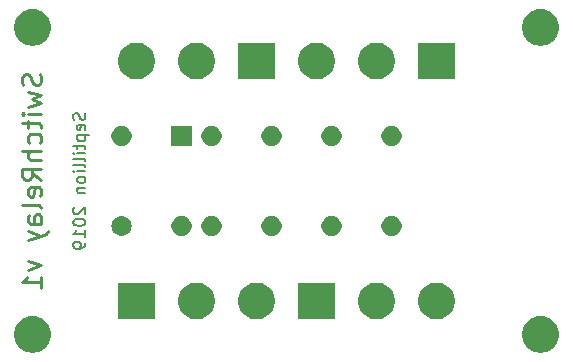
<source format=gbs>
G04 #@! TF.GenerationSoftware,KiCad,Pcbnew,(5.1.4)-1*
G04 #@! TF.CreationDate,2019-08-31T15:58:00+02:00*
G04 #@! TF.ProjectId,SwitchRelay,53776974-6368-4526-956c-61792e6b6963,1.0*
G04 #@! TF.SameCoordinates,Original*
G04 #@! TF.FileFunction,Soldermask,Bot*
G04 #@! TF.FilePolarity,Negative*
%FSLAX46Y46*%
G04 Gerber Fmt 4.6, Leading zero omitted, Abs format (unit mm)*
G04 Created by KiCad (PCBNEW (5.1.4)-1) date 2019-08-31 15:58:00*
%MOMM*%
%LPD*%
G04 APERTURE LIST*
%ADD10C,0.203200*%
%ADD11C,0.254000*%
%ADD12C,0.100000*%
G04 APERTURE END LIST*
D10*
X124516238Y-110471857D02*
X124564619Y-110617000D01*
X124564619Y-110858904D01*
X124516238Y-110955666D01*
X124467857Y-111004047D01*
X124371095Y-111052428D01*
X124274333Y-111052428D01*
X124177571Y-111004047D01*
X124129190Y-110955666D01*
X124080809Y-110858904D01*
X124032428Y-110665380D01*
X123984047Y-110568619D01*
X123935666Y-110520238D01*
X123838904Y-110471857D01*
X123742142Y-110471857D01*
X123645380Y-110520238D01*
X123597000Y-110568619D01*
X123548619Y-110665380D01*
X123548619Y-110907285D01*
X123597000Y-111052428D01*
X124516238Y-111874904D02*
X124564619Y-111778142D01*
X124564619Y-111584619D01*
X124516238Y-111487857D01*
X124419476Y-111439476D01*
X124032428Y-111439476D01*
X123935666Y-111487857D01*
X123887285Y-111584619D01*
X123887285Y-111778142D01*
X123935666Y-111874904D01*
X124032428Y-111923285D01*
X124129190Y-111923285D01*
X124225952Y-111439476D01*
X123887285Y-112358714D02*
X124903285Y-112358714D01*
X123935666Y-112358714D02*
X123887285Y-112455476D01*
X123887285Y-112649000D01*
X123935666Y-112745761D01*
X123984047Y-112794142D01*
X124080809Y-112842523D01*
X124371095Y-112842523D01*
X124467857Y-112794142D01*
X124516238Y-112745761D01*
X124564619Y-112649000D01*
X124564619Y-112455476D01*
X124516238Y-112358714D01*
X123887285Y-113132809D02*
X123887285Y-113519857D01*
X123548619Y-113277952D02*
X124419476Y-113277952D01*
X124516238Y-113326333D01*
X124564619Y-113423095D01*
X124564619Y-113519857D01*
X124564619Y-113858523D02*
X123887285Y-113858523D01*
X123548619Y-113858523D02*
X123597000Y-113810142D01*
X123645380Y-113858523D01*
X123597000Y-113906904D01*
X123548619Y-113858523D01*
X123645380Y-113858523D01*
X124564619Y-114487476D02*
X124516238Y-114390714D01*
X124419476Y-114342333D01*
X123548619Y-114342333D01*
X124564619Y-115019666D02*
X124516238Y-114922904D01*
X124419476Y-114874523D01*
X123548619Y-114874523D01*
X124564619Y-115406714D02*
X123887285Y-115406714D01*
X123548619Y-115406714D02*
X123597000Y-115358333D01*
X123645380Y-115406714D01*
X123597000Y-115455095D01*
X123548619Y-115406714D01*
X123645380Y-115406714D01*
X124564619Y-116035666D02*
X124516238Y-115938904D01*
X124467857Y-115890523D01*
X124371095Y-115842142D01*
X124080809Y-115842142D01*
X123984047Y-115890523D01*
X123935666Y-115938904D01*
X123887285Y-116035666D01*
X123887285Y-116180809D01*
X123935666Y-116277571D01*
X123984047Y-116325952D01*
X124080809Y-116374333D01*
X124371095Y-116374333D01*
X124467857Y-116325952D01*
X124516238Y-116277571D01*
X124564619Y-116180809D01*
X124564619Y-116035666D01*
X123887285Y-116809761D02*
X124564619Y-116809761D01*
X123984047Y-116809761D02*
X123935666Y-116858142D01*
X123887285Y-116954904D01*
X123887285Y-117100047D01*
X123935666Y-117196809D01*
X124032428Y-117245190D01*
X124564619Y-117245190D01*
X123645380Y-118454714D02*
X123597000Y-118503095D01*
X123548619Y-118599857D01*
X123548619Y-118841761D01*
X123597000Y-118938523D01*
X123645380Y-118986904D01*
X123742142Y-119035285D01*
X123838904Y-119035285D01*
X123984047Y-118986904D01*
X124564619Y-118406333D01*
X124564619Y-119035285D01*
X123548619Y-119664238D02*
X123548619Y-119761000D01*
X123597000Y-119857761D01*
X123645380Y-119906142D01*
X123742142Y-119954523D01*
X123935666Y-120002904D01*
X124177571Y-120002904D01*
X124371095Y-119954523D01*
X124467857Y-119906142D01*
X124516238Y-119857761D01*
X124564619Y-119761000D01*
X124564619Y-119664238D01*
X124516238Y-119567476D01*
X124467857Y-119519095D01*
X124371095Y-119470714D01*
X124177571Y-119422333D01*
X123935666Y-119422333D01*
X123742142Y-119470714D01*
X123645380Y-119519095D01*
X123597000Y-119567476D01*
X123548619Y-119664238D01*
X124564619Y-120970523D02*
X124564619Y-120389952D01*
X124564619Y-120680238D02*
X123548619Y-120680238D01*
X123693761Y-120583476D01*
X123790523Y-120486714D01*
X123838904Y-120389952D01*
X124564619Y-121454333D02*
X124564619Y-121647857D01*
X124516238Y-121744619D01*
X124467857Y-121793000D01*
X124322714Y-121889761D01*
X124129190Y-121938142D01*
X123742142Y-121938142D01*
X123645380Y-121889761D01*
X123597000Y-121841380D01*
X123548619Y-121744619D01*
X123548619Y-121551095D01*
X123597000Y-121454333D01*
X123645380Y-121405952D01*
X123742142Y-121357571D01*
X123984047Y-121357571D01*
X124080809Y-121405952D01*
X124129190Y-121454333D01*
X124177571Y-121551095D01*
X124177571Y-121744619D01*
X124129190Y-121841380D01*
X124080809Y-121889761D01*
X123984047Y-121938142D01*
D11*
X120773261Y-107163809D02*
X120851880Y-107399666D01*
X120851880Y-107792761D01*
X120773261Y-107950000D01*
X120694642Y-108028619D01*
X120537404Y-108107238D01*
X120380166Y-108107238D01*
X120222928Y-108028619D01*
X120144309Y-107950000D01*
X120065690Y-107792761D01*
X119987071Y-107478285D01*
X119908452Y-107321047D01*
X119829833Y-107242428D01*
X119672595Y-107163809D01*
X119515357Y-107163809D01*
X119358119Y-107242428D01*
X119279500Y-107321047D01*
X119200880Y-107478285D01*
X119200880Y-107871380D01*
X119279500Y-108107238D01*
X119751214Y-108657571D02*
X120851880Y-108972047D01*
X120065690Y-109286523D01*
X120851880Y-109601000D01*
X119751214Y-109915476D01*
X120851880Y-110544428D02*
X119751214Y-110544428D01*
X119200880Y-110544428D02*
X119279500Y-110465809D01*
X119358119Y-110544428D01*
X119279500Y-110623047D01*
X119200880Y-110544428D01*
X119358119Y-110544428D01*
X119751214Y-111094761D02*
X119751214Y-111723714D01*
X119200880Y-111330619D02*
X120616023Y-111330619D01*
X120773261Y-111409238D01*
X120851880Y-111566476D01*
X120851880Y-111723714D01*
X120773261Y-112981619D02*
X120851880Y-112824380D01*
X120851880Y-112509904D01*
X120773261Y-112352666D01*
X120694642Y-112274047D01*
X120537404Y-112195428D01*
X120065690Y-112195428D01*
X119908452Y-112274047D01*
X119829833Y-112352666D01*
X119751214Y-112509904D01*
X119751214Y-112824380D01*
X119829833Y-112981619D01*
X120851880Y-113689190D02*
X119200880Y-113689190D01*
X120851880Y-114396761D02*
X119987071Y-114396761D01*
X119829833Y-114318142D01*
X119751214Y-114160904D01*
X119751214Y-113925047D01*
X119829833Y-113767809D01*
X119908452Y-113689190D01*
X120851880Y-116126380D02*
X120065690Y-115576047D01*
X120851880Y-115182952D02*
X119200880Y-115182952D01*
X119200880Y-115811904D01*
X119279500Y-115969142D01*
X119358119Y-116047761D01*
X119515357Y-116126380D01*
X119751214Y-116126380D01*
X119908452Y-116047761D01*
X119987071Y-115969142D01*
X120065690Y-115811904D01*
X120065690Y-115182952D01*
X120773261Y-117462904D02*
X120851880Y-117305666D01*
X120851880Y-116991190D01*
X120773261Y-116833952D01*
X120616023Y-116755333D01*
X119987071Y-116755333D01*
X119829833Y-116833952D01*
X119751214Y-116991190D01*
X119751214Y-117305666D01*
X119829833Y-117462904D01*
X119987071Y-117541523D01*
X120144309Y-117541523D01*
X120301547Y-116755333D01*
X120851880Y-118484952D02*
X120773261Y-118327714D01*
X120616023Y-118249095D01*
X119200880Y-118249095D01*
X120851880Y-119821476D02*
X119987071Y-119821476D01*
X119829833Y-119742857D01*
X119751214Y-119585619D01*
X119751214Y-119271142D01*
X119829833Y-119113904D01*
X120773261Y-119821476D02*
X120851880Y-119664238D01*
X120851880Y-119271142D01*
X120773261Y-119113904D01*
X120616023Y-119035285D01*
X120458785Y-119035285D01*
X120301547Y-119113904D01*
X120222928Y-119271142D01*
X120222928Y-119664238D01*
X120144309Y-119821476D01*
X119751214Y-120450428D02*
X120851880Y-120843523D01*
X119751214Y-121236619D02*
X120851880Y-120843523D01*
X121244976Y-120686285D01*
X121323595Y-120607666D01*
X121402214Y-120450428D01*
X119751214Y-122966238D02*
X120851880Y-123359333D01*
X119751214Y-123752428D01*
X120851880Y-125246190D02*
X120851880Y-124302761D01*
X120851880Y-124774476D02*
X119200880Y-124774476D01*
X119436738Y-124617238D01*
X119593976Y-124460000D01*
X119672595Y-124302761D01*
D12*
G36*
X163407585Y-127683802D02*
G01*
X163557410Y-127713604D01*
X163839674Y-127830521D01*
X164093705Y-128000259D01*
X164309741Y-128216295D01*
X164479479Y-128470326D01*
X164596396Y-128752590D01*
X164656000Y-129052240D01*
X164656000Y-129357760D01*
X164596396Y-129657410D01*
X164479479Y-129939674D01*
X164309741Y-130193705D01*
X164093705Y-130409741D01*
X163839674Y-130579479D01*
X163557410Y-130696396D01*
X163407585Y-130726198D01*
X163257761Y-130756000D01*
X162952239Y-130756000D01*
X162802415Y-130726198D01*
X162652590Y-130696396D01*
X162370326Y-130579479D01*
X162116295Y-130409741D01*
X161900259Y-130193705D01*
X161730521Y-129939674D01*
X161613604Y-129657410D01*
X161554000Y-129357760D01*
X161554000Y-129052240D01*
X161613604Y-128752590D01*
X161730521Y-128470326D01*
X161900259Y-128216295D01*
X162116295Y-128000259D01*
X162370326Y-127830521D01*
X162652590Y-127713604D01*
X162802415Y-127683802D01*
X162952239Y-127654000D01*
X163257761Y-127654000D01*
X163407585Y-127683802D01*
X163407585Y-127683802D01*
G37*
G36*
X120407585Y-127683802D02*
G01*
X120557410Y-127713604D01*
X120839674Y-127830521D01*
X121093705Y-128000259D01*
X121309741Y-128216295D01*
X121479479Y-128470326D01*
X121596396Y-128752590D01*
X121656000Y-129052240D01*
X121656000Y-129357760D01*
X121596396Y-129657410D01*
X121479479Y-129939674D01*
X121309741Y-130193705D01*
X121093705Y-130409741D01*
X120839674Y-130579479D01*
X120557410Y-130696396D01*
X120407585Y-130726198D01*
X120257761Y-130756000D01*
X119952239Y-130756000D01*
X119802415Y-130726198D01*
X119652590Y-130696396D01*
X119370326Y-130579479D01*
X119116295Y-130409741D01*
X118900259Y-130193705D01*
X118730521Y-129939674D01*
X118613604Y-129657410D01*
X118554000Y-129357760D01*
X118554000Y-129052240D01*
X118613604Y-128752590D01*
X118730521Y-128470326D01*
X118900259Y-128216295D01*
X119116295Y-128000259D01*
X119370326Y-127830521D01*
X119652590Y-127713604D01*
X119802415Y-127683802D01*
X119952239Y-127654000D01*
X120257761Y-127654000D01*
X120407585Y-127683802D01*
X120407585Y-127683802D01*
G37*
G36*
X134287585Y-124843802D02*
G01*
X134437410Y-124873604D01*
X134719674Y-124990521D01*
X134973705Y-125160259D01*
X135189741Y-125376295D01*
X135359479Y-125630326D01*
X135476396Y-125912590D01*
X135536000Y-126212240D01*
X135536000Y-126517760D01*
X135476396Y-126817410D01*
X135359479Y-127099674D01*
X135189741Y-127353705D01*
X134973705Y-127569741D01*
X134719674Y-127739479D01*
X134437410Y-127856396D01*
X134287585Y-127886198D01*
X134137761Y-127916000D01*
X133832239Y-127916000D01*
X133682415Y-127886198D01*
X133532590Y-127856396D01*
X133250326Y-127739479D01*
X132996295Y-127569741D01*
X132780259Y-127353705D01*
X132610521Y-127099674D01*
X132493604Y-126817410D01*
X132434000Y-126517760D01*
X132434000Y-126212240D01*
X132493604Y-125912590D01*
X132610521Y-125630326D01*
X132780259Y-125376295D01*
X132996295Y-125160259D01*
X133250326Y-124990521D01*
X133532590Y-124873604D01*
X133682415Y-124843802D01*
X133832239Y-124814000D01*
X134137761Y-124814000D01*
X134287585Y-124843802D01*
X134287585Y-124843802D01*
G37*
G36*
X154607585Y-124843802D02*
G01*
X154757410Y-124873604D01*
X155039674Y-124990521D01*
X155293705Y-125160259D01*
X155509741Y-125376295D01*
X155679479Y-125630326D01*
X155796396Y-125912590D01*
X155856000Y-126212240D01*
X155856000Y-126517760D01*
X155796396Y-126817410D01*
X155679479Y-127099674D01*
X155509741Y-127353705D01*
X155293705Y-127569741D01*
X155039674Y-127739479D01*
X154757410Y-127856396D01*
X154607585Y-127886198D01*
X154457761Y-127916000D01*
X154152239Y-127916000D01*
X154002415Y-127886198D01*
X153852590Y-127856396D01*
X153570326Y-127739479D01*
X153316295Y-127569741D01*
X153100259Y-127353705D01*
X152930521Y-127099674D01*
X152813604Y-126817410D01*
X152754000Y-126517760D01*
X152754000Y-126212240D01*
X152813604Y-125912590D01*
X152930521Y-125630326D01*
X153100259Y-125376295D01*
X153316295Y-125160259D01*
X153570326Y-124990521D01*
X153852590Y-124873604D01*
X154002415Y-124843802D01*
X154152239Y-124814000D01*
X154457761Y-124814000D01*
X154607585Y-124843802D01*
X154607585Y-124843802D01*
G37*
G36*
X145696000Y-127916000D02*
G01*
X142594000Y-127916000D01*
X142594000Y-124814000D01*
X145696000Y-124814000D01*
X145696000Y-127916000D01*
X145696000Y-127916000D01*
G37*
G36*
X149527585Y-124843802D02*
G01*
X149677410Y-124873604D01*
X149959674Y-124990521D01*
X150213705Y-125160259D01*
X150429741Y-125376295D01*
X150599479Y-125630326D01*
X150716396Y-125912590D01*
X150776000Y-126212240D01*
X150776000Y-126517760D01*
X150716396Y-126817410D01*
X150599479Y-127099674D01*
X150429741Y-127353705D01*
X150213705Y-127569741D01*
X149959674Y-127739479D01*
X149677410Y-127856396D01*
X149527585Y-127886198D01*
X149377761Y-127916000D01*
X149072239Y-127916000D01*
X148922415Y-127886198D01*
X148772590Y-127856396D01*
X148490326Y-127739479D01*
X148236295Y-127569741D01*
X148020259Y-127353705D01*
X147850521Y-127099674D01*
X147733604Y-126817410D01*
X147674000Y-126517760D01*
X147674000Y-126212240D01*
X147733604Y-125912590D01*
X147850521Y-125630326D01*
X148020259Y-125376295D01*
X148236295Y-125160259D01*
X148490326Y-124990521D01*
X148772590Y-124873604D01*
X148922415Y-124843802D01*
X149072239Y-124814000D01*
X149377761Y-124814000D01*
X149527585Y-124843802D01*
X149527585Y-124843802D01*
G37*
G36*
X130456000Y-127916000D02*
G01*
X127354000Y-127916000D01*
X127354000Y-124814000D01*
X130456000Y-124814000D01*
X130456000Y-127916000D01*
X130456000Y-127916000D01*
G37*
G36*
X139367585Y-124843802D02*
G01*
X139517410Y-124873604D01*
X139799674Y-124990521D01*
X140053705Y-125160259D01*
X140269741Y-125376295D01*
X140439479Y-125630326D01*
X140556396Y-125912590D01*
X140616000Y-126212240D01*
X140616000Y-126517760D01*
X140556396Y-126817410D01*
X140439479Y-127099674D01*
X140269741Y-127353705D01*
X140053705Y-127569741D01*
X139799674Y-127739479D01*
X139517410Y-127856396D01*
X139367585Y-127886198D01*
X139217761Y-127916000D01*
X138912239Y-127916000D01*
X138762415Y-127886198D01*
X138612590Y-127856396D01*
X138330326Y-127739479D01*
X138076295Y-127569741D01*
X137860259Y-127353705D01*
X137690521Y-127099674D01*
X137573604Y-126817410D01*
X137514000Y-126517760D01*
X137514000Y-126212240D01*
X137573604Y-125912590D01*
X137690521Y-125630326D01*
X137860259Y-125376295D01*
X138076295Y-125160259D01*
X138330326Y-124990521D01*
X138612590Y-124873604D01*
X138762415Y-124843802D01*
X138912239Y-124814000D01*
X139217761Y-124814000D01*
X139367585Y-124843802D01*
X139367585Y-124843802D01*
G37*
G36*
X127801823Y-119176313D02*
G01*
X127962242Y-119224976D01*
X128029361Y-119260852D01*
X128110078Y-119303996D01*
X128239659Y-119410341D01*
X128346004Y-119539922D01*
X128346005Y-119539924D01*
X128425024Y-119687758D01*
X128473687Y-119848177D01*
X128490117Y-120015000D01*
X128473687Y-120181823D01*
X128425024Y-120342242D01*
X128384477Y-120418100D01*
X128346004Y-120490078D01*
X128239659Y-120619659D01*
X128110078Y-120726004D01*
X128110076Y-120726005D01*
X127962242Y-120805024D01*
X127801823Y-120853687D01*
X127676804Y-120866000D01*
X127593196Y-120866000D01*
X127468177Y-120853687D01*
X127307758Y-120805024D01*
X127159924Y-120726005D01*
X127159922Y-120726004D01*
X127030341Y-120619659D01*
X126923996Y-120490078D01*
X126885523Y-120418100D01*
X126844976Y-120342242D01*
X126796313Y-120181823D01*
X126779883Y-120015000D01*
X126796313Y-119848177D01*
X126844976Y-119687758D01*
X126923995Y-119539924D01*
X126923996Y-119539922D01*
X127030341Y-119410341D01*
X127159922Y-119303996D01*
X127240639Y-119260852D01*
X127307758Y-119224976D01*
X127468177Y-119176313D01*
X127593196Y-119164000D01*
X127676804Y-119164000D01*
X127801823Y-119176313D01*
X127801823Y-119176313D01*
G37*
G36*
X135503228Y-119196703D02*
G01*
X135658100Y-119260853D01*
X135797481Y-119353985D01*
X135916015Y-119472519D01*
X136009147Y-119611900D01*
X136073297Y-119766772D01*
X136106000Y-119931184D01*
X136106000Y-120098816D01*
X136073297Y-120263228D01*
X136009147Y-120418100D01*
X135916015Y-120557481D01*
X135797481Y-120676015D01*
X135658100Y-120769147D01*
X135503228Y-120833297D01*
X135338816Y-120866000D01*
X135171184Y-120866000D01*
X135006772Y-120833297D01*
X134851900Y-120769147D01*
X134712519Y-120676015D01*
X134593985Y-120557481D01*
X134500853Y-120418100D01*
X134436703Y-120263228D01*
X134404000Y-120098816D01*
X134404000Y-119931184D01*
X134436703Y-119766772D01*
X134500853Y-119611900D01*
X134593985Y-119472519D01*
X134712519Y-119353985D01*
X134851900Y-119260853D01*
X135006772Y-119196703D01*
X135171184Y-119164000D01*
X135338816Y-119164000D01*
X135503228Y-119196703D01*
X135503228Y-119196703D01*
G37*
G36*
X132963228Y-119196703D02*
G01*
X133118100Y-119260853D01*
X133257481Y-119353985D01*
X133376015Y-119472519D01*
X133469147Y-119611900D01*
X133533297Y-119766772D01*
X133566000Y-119931184D01*
X133566000Y-120098816D01*
X133533297Y-120263228D01*
X133469147Y-120418100D01*
X133376015Y-120557481D01*
X133257481Y-120676015D01*
X133118100Y-120769147D01*
X132963228Y-120833297D01*
X132798816Y-120866000D01*
X132631184Y-120866000D01*
X132466772Y-120833297D01*
X132311900Y-120769147D01*
X132172519Y-120676015D01*
X132053985Y-120557481D01*
X131960853Y-120418100D01*
X131896703Y-120263228D01*
X131864000Y-120098816D01*
X131864000Y-119931184D01*
X131896703Y-119766772D01*
X131960853Y-119611900D01*
X132053985Y-119472519D01*
X132172519Y-119353985D01*
X132311900Y-119260853D01*
X132466772Y-119196703D01*
X132631184Y-119164000D01*
X132798816Y-119164000D01*
X132963228Y-119196703D01*
X132963228Y-119196703D01*
G37*
G36*
X140583228Y-119196703D02*
G01*
X140738100Y-119260853D01*
X140877481Y-119353985D01*
X140996015Y-119472519D01*
X141089147Y-119611900D01*
X141153297Y-119766772D01*
X141186000Y-119931184D01*
X141186000Y-120098816D01*
X141153297Y-120263228D01*
X141089147Y-120418100D01*
X140996015Y-120557481D01*
X140877481Y-120676015D01*
X140738100Y-120769147D01*
X140583228Y-120833297D01*
X140418816Y-120866000D01*
X140251184Y-120866000D01*
X140086772Y-120833297D01*
X139931900Y-120769147D01*
X139792519Y-120676015D01*
X139673985Y-120557481D01*
X139580853Y-120418100D01*
X139516703Y-120263228D01*
X139484000Y-120098816D01*
X139484000Y-119931184D01*
X139516703Y-119766772D01*
X139580853Y-119611900D01*
X139673985Y-119472519D01*
X139792519Y-119353985D01*
X139931900Y-119260853D01*
X140086772Y-119196703D01*
X140251184Y-119164000D01*
X140418816Y-119164000D01*
X140583228Y-119196703D01*
X140583228Y-119196703D01*
G37*
G36*
X145663228Y-119196703D02*
G01*
X145818100Y-119260853D01*
X145957481Y-119353985D01*
X146076015Y-119472519D01*
X146169147Y-119611900D01*
X146233297Y-119766772D01*
X146266000Y-119931184D01*
X146266000Y-120098816D01*
X146233297Y-120263228D01*
X146169147Y-120418100D01*
X146076015Y-120557481D01*
X145957481Y-120676015D01*
X145818100Y-120769147D01*
X145663228Y-120833297D01*
X145498816Y-120866000D01*
X145331184Y-120866000D01*
X145166772Y-120833297D01*
X145011900Y-120769147D01*
X144872519Y-120676015D01*
X144753985Y-120557481D01*
X144660853Y-120418100D01*
X144596703Y-120263228D01*
X144564000Y-120098816D01*
X144564000Y-119931184D01*
X144596703Y-119766772D01*
X144660853Y-119611900D01*
X144753985Y-119472519D01*
X144872519Y-119353985D01*
X145011900Y-119260853D01*
X145166772Y-119196703D01*
X145331184Y-119164000D01*
X145498816Y-119164000D01*
X145663228Y-119196703D01*
X145663228Y-119196703D01*
G37*
G36*
X150743228Y-119196703D02*
G01*
X150898100Y-119260853D01*
X151037481Y-119353985D01*
X151156015Y-119472519D01*
X151249147Y-119611900D01*
X151313297Y-119766772D01*
X151346000Y-119931184D01*
X151346000Y-120098816D01*
X151313297Y-120263228D01*
X151249147Y-120418100D01*
X151156015Y-120557481D01*
X151037481Y-120676015D01*
X150898100Y-120769147D01*
X150743228Y-120833297D01*
X150578816Y-120866000D01*
X150411184Y-120866000D01*
X150246772Y-120833297D01*
X150091900Y-120769147D01*
X149952519Y-120676015D01*
X149833985Y-120557481D01*
X149740853Y-120418100D01*
X149676703Y-120263228D01*
X149644000Y-120098816D01*
X149644000Y-119931184D01*
X149676703Y-119766772D01*
X149740853Y-119611900D01*
X149833985Y-119472519D01*
X149952519Y-119353985D01*
X150091900Y-119260853D01*
X150246772Y-119196703D01*
X150411184Y-119164000D01*
X150578816Y-119164000D01*
X150743228Y-119196703D01*
X150743228Y-119196703D01*
G37*
G36*
X133566000Y-113246000D02*
G01*
X131864000Y-113246000D01*
X131864000Y-111544000D01*
X133566000Y-111544000D01*
X133566000Y-113246000D01*
X133566000Y-113246000D01*
G37*
G36*
X127883228Y-111576703D02*
G01*
X128038100Y-111640853D01*
X128177481Y-111733985D01*
X128296015Y-111852519D01*
X128389147Y-111991900D01*
X128453297Y-112146772D01*
X128486000Y-112311184D01*
X128486000Y-112478816D01*
X128453297Y-112643228D01*
X128389147Y-112798100D01*
X128296015Y-112937481D01*
X128177481Y-113056015D01*
X128038100Y-113149147D01*
X127883228Y-113213297D01*
X127718816Y-113246000D01*
X127551184Y-113246000D01*
X127386772Y-113213297D01*
X127231900Y-113149147D01*
X127092519Y-113056015D01*
X126973985Y-112937481D01*
X126880853Y-112798100D01*
X126816703Y-112643228D01*
X126784000Y-112478816D01*
X126784000Y-112311184D01*
X126816703Y-112146772D01*
X126880853Y-111991900D01*
X126973985Y-111852519D01*
X127092519Y-111733985D01*
X127231900Y-111640853D01*
X127386772Y-111576703D01*
X127551184Y-111544000D01*
X127718816Y-111544000D01*
X127883228Y-111576703D01*
X127883228Y-111576703D01*
G37*
G36*
X135503228Y-111576703D02*
G01*
X135658100Y-111640853D01*
X135797481Y-111733985D01*
X135916015Y-111852519D01*
X136009147Y-111991900D01*
X136073297Y-112146772D01*
X136106000Y-112311184D01*
X136106000Y-112478816D01*
X136073297Y-112643228D01*
X136009147Y-112798100D01*
X135916015Y-112937481D01*
X135797481Y-113056015D01*
X135658100Y-113149147D01*
X135503228Y-113213297D01*
X135338816Y-113246000D01*
X135171184Y-113246000D01*
X135006772Y-113213297D01*
X134851900Y-113149147D01*
X134712519Y-113056015D01*
X134593985Y-112937481D01*
X134500853Y-112798100D01*
X134436703Y-112643228D01*
X134404000Y-112478816D01*
X134404000Y-112311184D01*
X134436703Y-112146772D01*
X134500853Y-111991900D01*
X134593985Y-111852519D01*
X134712519Y-111733985D01*
X134851900Y-111640853D01*
X135006772Y-111576703D01*
X135171184Y-111544000D01*
X135338816Y-111544000D01*
X135503228Y-111576703D01*
X135503228Y-111576703D01*
G37*
G36*
X145663228Y-111576703D02*
G01*
X145818100Y-111640853D01*
X145957481Y-111733985D01*
X146076015Y-111852519D01*
X146169147Y-111991900D01*
X146233297Y-112146772D01*
X146266000Y-112311184D01*
X146266000Y-112478816D01*
X146233297Y-112643228D01*
X146169147Y-112798100D01*
X146076015Y-112937481D01*
X145957481Y-113056015D01*
X145818100Y-113149147D01*
X145663228Y-113213297D01*
X145498816Y-113246000D01*
X145331184Y-113246000D01*
X145166772Y-113213297D01*
X145011900Y-113149147D01*
X144872519Y-113056015D01*
X144753985Y-112937481D01*
X144660853Y-112798100D01*
X144596703Y-112643228D01*
X144564000Y-112478816D01*
X144564000Y-112311184D01*
X144596703Y-112146772D01*
X144660853Y-111991900D01*
X144753985Y-111852519D01*
X144872519Y-111733985D01*
X145011900Y-111640853D01*
X145166772Y-111576703D01*
X145331184Y-111544000D01*
X145498816Y-111544000D01*
X145663228Y-111576703D01*
X145663228Y-111576703D01*
G37*
G36*
X140583228Y-111576703D02*
G01*
X140738100Y-111640853D01*
X140877481Y-111733985D01*
X140996015Y-111852519D01*
X141089147Y-111991900D01*
X141153297Y-112146772D01*
X141186000Y-112311184D01*
X141186000Y-112478816D01*
X141153297Y-112643228D01*
X141089147Y-112798100D01*
X140996015Y-112937481D01*
X140877481Y-113056015D01*
X140738100Y-113149147D01*
X140583228Y-113213297D01*
X140418816Y-113246000D01*
X140251184Y-113246000D01*
X140086772Y-113213297D01*
X139931900Y-113149147D01*
X139792519Y-113056015D01*
X139673985Y-112937481D01*
X139580853Y-112798100D01*
X139516703Y-112643228D01*
X139484000Y-112478816D01*
X139484000Y-112311184D01*
X139516703Y-112146772D01*
X139580853Y-111991900D01*
X139673985Y-111852519D01*
X139792519Y-111733985D01*
X139931900Y-111640853D01*
X140086772Y-111576703D01*
X140251184Y-111544000D01*
X140418816Y-111544000D01*
X140583228Y-111576703D01*
X140583228Y-111576703D01*
G37*
G36*
X150743228Y-111576703D02*
G01*
X150898100Y-111640853D01*
X151037481Y-111733985D01*
X151156015Y-111852519D01*
X151249147Y-111991900D01*
X151313297Y-112146772D01*
X151346000Y-112311184D01*
X151346000Y-112478816D01*
X151313297Y-112643228D01*
X151249147Y-112798100D01*
X151156015Y-112937481D01*
X151037481Y-113056015D01*
X150898100Y-113149147D01*
X150743228Y-113213297D01*
X150578816Y-113246000D01*
X150411184Y-113246000D01*
X150246772Y-113213297D01*
X150091900Y-113149147D01*
X149952519Y-113056015D01*
X149833985Y-112937481D01*
X149740853Y-112798100D01*
X149676703Y-112643228D01*
X149644000Y-112478816D01*
X149644000Y-112311184D01*
X149676703Y-112146772D01*
X149740853Y-111991900D01*
X149833985Y-111852519D01*
X149952519Y-111733985D01*
X150091900Y-111640853D01*
X150246772Y-111576703D01*
X150411184Y-111544000D01*
X150578816Y-111544000D01*
X150743228Y-111576703D01*
X150743228Y-111576703D01*
G37*
G36*
X155856000Y-107596000D02*
G01*
X152754000Y-107596000D01*
X152754000Y-104494000D01*
X155856000Y-104494000D01*
X155856000Y-107596000D01*
X155856000Y-107596000D01*
G37*
G36*
X129207585Y-104523802D02*
G01*
X129357410Y-104553604D01*
X129639674Y-104670521D01*
X129893705Y-104840259D01*
X130109741Y-105056295D01*
X130279479Y-105310326D01*
X130396396Y-105592590D01*
X130456000Y-105892240D01*
X130456000Y-106197760D01*
X130396396Y-106497410D01*
X130279479Y-106779674D01*
X130109741Y-107033705D01*
X129893705Y-107249741D01*
X129639674Y-107419479D01*
X129357410Y-107536396D01*
X129207585Y-107566198D01*
X129057761Y-107596000D01*
X128752239Y-107596000D01*
X128602415Y-107566198D01*
X128452590Y-107536396D01*
X128170326Y-107419479D01*
X127916295Y-107249741D01*
X127700259Y-107033705D01*
X127530521Y-106779674D01*
X127413604Y-106497410D01*
X127354000Y-106197760D01*
X127354000Y-105892240D01*
X127413604Y-105592590D01*
X127530521Y-105310326D01*
X127700259Y-105056295D01*
X127916295Y-104840259D01*
X128170326Y-104670521D01*
X128452590Y-104553604D01*
X128602415Y-104523802D01*
X128752239Y-104494000D01*
X129057761Y-104494000D01*
X129207585Y-104523802D01*
X129207585Y-104523802D01*
G37*
G36*
X140616000Y-107596000D02*
G01*
X137514000Y-107596000D01*
X137514000Y-104494000D01*
X140616000Y-104494000D01*
X140616000Y-107596000D01*
X140616000Y-107596000D01*
G37*
G36*
X134287585Y-104523802D02*
G01*
X134437410Y-104553604D01*
X134719674Y-104670521D01*
X134973705Y-104840259D01*
X135189741Y-105056295D01*
X135359479Y-105310326D01*
X135476396Y-105592590D01*
X135536000Y-105892240D01*
X135536000Y-106197760D01*
X135476396Y-106497410D01*
X135359479Y-106779674D01*
X135189741Y-107033705D01*
X134973705Y-107249741D01*
X134719674Y-107419479D01*
X134437410Y-107536396D01*
X134287585Y-107566198D01*
X134137761Y-107596000D01*
X133832239Y-107596000D01*
X133682415Y-107566198D01*
X133532590Y-107536396D01*
X133250326Y-107419479D01*
X132996295Y-107249741D01*
X132780259Y-107033705D01*
X132610521Y-106779674D01*
X132493604Y-106497410D01*
X132434000Y-106197760D01*
X132434000Y-105892240D01*
X132493604Y-105592590D01*
X132610521Y-105310326D01*
X132780259Y-105056295D01*
X132996295Y-104840259D01*
X133250326Y-104670521D01*
X133532590Y-104553604D01*
X133682415Y-104523802D01*
X133832239Y-104494000D01*
X134137761Y-104494000D01*
X134287585Y-104523802D01*
X134287585Y-104523802D01*
G37*
G36*
X144447585Y-104523802D02*
G01*
X144597410Y-104553604D01*
X144879674Y-104670521D01*
X145133705Y-104840259D01*
X145349741Y-105056295D01*
X145519479Y-105310326D01*
X145636396Y-105592590D01*
X145696000Y-105892240D01*
X145696000Y-106197760D01*
X145636396Y-106497410D01*
X145519479Y-106779674D01*
X145349741Y-107033705D01*
X145133705Y-107249741D01*
X144879674Y-107419479D01*
X144597410Y-107536396D01*
X144447585Y-107566198D01*
X144297761Y-107596000D01*
X143992239Y-107596000D01*
X143842415Y-107566198D01*
X143692590Y-107536396D01*
X143410326Y-107419479D01*
X143156295Y-107249741D01*
X142940259Y-107033705D01*
X142770521Y-106779674D01*
X142653604Y-106497410D01*
X142594000Y-106197760D01*
X142594000Y-105892240D01*
X142653604Y-105592590D01*
X142770521Y-105310326D01*
X142940259Y-105056295D01*
X143156295Y-104840259D01*
X143410326Y-104670521D01*
X143692590Y-104553604D01*
X143842415Y-104523802D01*
X143992239Y-104494000D01*
X144297761Y-104494000D01*
X144447585Y-104523802D01*
X144447585Y-104523802D01*
G37*
G36*
X149527585Y-104523802D02*
G01*
X149677410Y-104553604D01*
X149959674Y-104670521D01*
X150213705Y-104840259D01*
X150429741Y-105056295D01*
X150599479Y-105310326D01*
X150716396Y-105592590D01*
X150776000Y-105892240D01*
X150776000Y-106197760D01*
X150716396Y-106497410D01*
X150599479Y-106779674D01*
X150429741Y-107033705D01*
X150213705Y-107249741D01*
X149959674Y-107419479D01*
X149677410Y-107536396D01*
X149527585Y-107566198D01*
X149377761Y-107596000D01*
X149072239Y-107596000D01*
X148922415Y-107566198D01*
X148772590Y-107536396D01*
X148490326Y-107419479D01*
X148236295Y-107249741D01*
X148020259Y-107033705D01*
X147850521Y-106779674D01*
X147733604Y-106497410D01*
X147674000Y-106197760D01*
X147674000Y-105892240D01*
X147733604Y-105592590D01*
X147850521Y-105310326D01*
X148020259Y-105056295D01*
X148236295Y-104840259D01*
X148490326Y-104670521D01*
X148772590Y-104553604D01*
X148922415Y-104523802D01*
X149072239Y-104494000D01*
X149377761Y-104494000D01*
X149527585Y-104523802D01*
X149527585Y-104523802D01*
G37*
G36*
X120407585Y-101683802D02*
G01*
X120557410Y-101713604D01*
X120839674Y-101830521D01*
X121093705Y-102000259D01*
X121309741Y-102216295D01*
X121479479Y-102470326D01*
X121596396Y-102752590D01*
X121656000Y-103052240D01*
X121656000Y-103357760D01*
X121596396Y-103657410D01*
X121479479Y-103939674D01*
X121309741Y-104193705D01*
X121093705Y-104409741D01*
X120839674Y-104579479D01*
X120557410Y-104696396D01*
X120407585Y-104726198D01*
X120257761Y-104756000D01*
X119952239Y-104756000D01*
X119802415Y-104726198D01*
X119652590Y-104696396D01*
X119370326Y-104579479D01*
X119116295Y-104409741D01*
X118900259Y-104193705D01*
X118730521Y-103939674D01*
X118613604Y-103657410D01*
X118554000Y-103357760D01*
X118554000Y-103052240D01*
X118613604Y-102752590D01*
X118730521Y-102470326D01*
X118900259Y-102216295D01*
X119116295Y-102000259D01*
X119370326Y-101830521D01*
X119652590Y-101713604D01*
X119802415Y-101683802D01*
X119952239Y-101654000D01*
X120257761Y-101654000D01*
X120407585Y-101683802D01*
X120407585Y-101683802D01*
G37*
G36*
X163407585Y-101683802D02*
G01*
X163557410Y-101713604D01*
X163839674Y-101830521D01*
X164093705Y-102000259D01*
X164309741Y-102216295D01*
X164479479Y-102470326D01*
X164596396Y-102752590D01*
X164656000Y-103052240D01*
X164656000Y-103357760D01*
X164596396Y-103657410D01*
X164479479Y-103939674D01*
X164309741Y-104193705D01*
X164093705Y-104409741D01*
X163839674Y-104579479D01*
X163557410Y-104696396D01*
X163407585Y-104726198D01*
X163257761Y-104756000D01*
X162952239Y-104756000D01*
X162802415Y-104726198D01*
X162652590Y-104696396D01*
X162370326Y-104579479D01*
X162116295Y-104409741D01*
X161900259Y-104193705D01*
X161730521Y-103939674D01*
X161613604Y-103657410D01*
X161554000Y-103357760D01*
X161554000Y-103052240D01*
X161613604Y-102752590D01*
X161730521Y-102470326D01*
X161900259Y-102216295D01*
X162116295Y-102000259D01*
X162370326Y-101830521D01*
X162652590Y-101713604D01*
X162802415Y-101683802D01*
X162952239Y-101654000D01*
X163257761Y-101654000D01*
X163407585Y-101683802D01*
X163407585Y-101683802D01*
G37*
M02*

</source>
